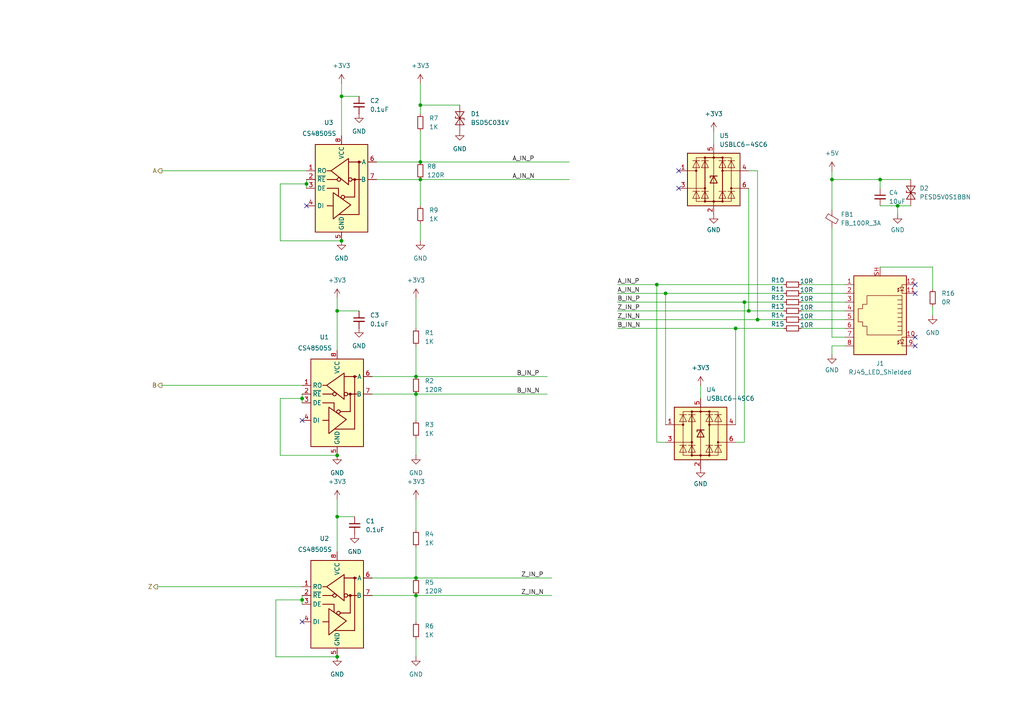
<source format=kicad_sch>
(kicad_sch (version 20231120) (generator "eeschema") (generator_version "8.0")
  (paper "A4")
  (title_block (title "rioctrl-quadenc4") (date "2024-08-25") (rev "${VERSION}") (company "R. Veips"))
  (lib_symbols
    (symbol "Device:C_Small" (pin_numbers hide) (pin_names (offset 0.254) hide)
      (property "Reference" "C" (at 0.254 1.778 0))
      (property "Value" "C_Small" (at 0.254 -2.032 0))
      (symbol "C_Small_0_1"
        (polyline (pts (xy -1.524 -0.508) (xy 1.524 -0.508)) (stroke (width 0.3302)))
        (polyline (pts (xy -1.524 0.508) (xy 1.524 0.508)) (stroke (width 0.3048)))
      )
      (symbol "C_Small_1_1"
        (pin passive line (at 0 2.54 270) (length 2.032) (name "~") (number "1"))
        (pin passive line (at 0 -2.54 90) (length 2.032) (name "~") (number "2"))
      )
    )
    (symbol "Device:R_Small" (pin_numbers hide) (pin_names (offset 0.254) hide)
      (property "Reference" "R" (at 0.762 0.508 0))
      (property "Value" "R_Small" (at 0.762 -1.016 0))
      (symbol "R_Small_0_1"
        (rectangle (start -0.762 1.778) (end 0.762 -1.778) (stroke (width 0.2032)))
      )
      (symbol "R_Small_1_1"
        (pin passive line (at 0 2.54 270) (length 0.762) (name "~") (number "1"))
        (pin passive line (at 0 -2.54 90) (length 0.762) (name "~") (number "2"))
      )
    )
    (symbol "hadv-connectors:RJ45_LED_Shielded" (pin_names (offset 1.016))
      (property "Reference" "J" (at -5.08 13.97 0))
      (property "Value" "RJ45_LED_Shielded" (at 1.27 13.97 0))
      (symbol "RJ45_LED_Shielded_0_1"
        (polyline (pts (xy -7.62 -7.62) (xy -6.35 -7.62)))
        (polyline (pts (xy -7.62 -5.08) (xy -6.35 -5.08)))
        (polyline (pts (xy -7.62 7.62) (xy -6.35 7.62)))
        (polyline (pts (xy -7.62 10.16) (xy -6.35 10.16)))
        (polyline (pts (xy -6.858 -5.842) (xy -5.842 -5.842)))
        (polyline (pts (xy -6.858 9.398) (xy -5.842 9.398)))
        (polyline (pts (xy -6.35 -7.62) (xy -6.35 -6.858)))
        (polyline (pts (xy -6.35 -5.08) (xy -6.35 -5.842)))
        (polyline (pts (xy -6.35 7.62) (xy -6.35 8.382)))
        (polyline (pts (xy -6.35 10.16) (xy -6.35 9.398)))
        (polyline (pts (xy -5.08 -6.223) (xy -5.207 -6.604)))
        (polyline (pts (xy -5.08 -5.588) (xy -5.207 -5.969)))
        (polyline (pts (xy -5.08 4.445) (xy -6.35 4.445)))
        (polyline (pts (xy -5.08 5.715) (xy -6.35 5.715)))
        (polyline (pts (xy -5.08 9.017) (xy -5.207 8.636)))
        (polyline (pts (xy -5.08 9.652) (xy -5.207 9.271)))
        (polyline (pts (xy -6.35 -3.175) (xy -5.08 -3.175) (xy -5.08 -3.175)))
        (polyline (pts (xy -6.35 -1.905) (xy -5.08 -1.905) (xy -5.08 -1.905)))
        (polyline (pts (xy -6.35 -0.635) (xy -5.08 -0.635) (xy -5.08 -0.635)))
        (polyline (pts (xy -6.35 0.635) (xy -5.08 0.635) (xy -5.08 0.635)))
        (polyline (pts (xy -6.35 1.905) (xy -5.08 1.905) (xy -5.08 1.905)))
        (polyline (pts (xy -5.588 -6.731) (xy -5.08 -6.223) (xy -5.461 -6.35)))
        (polyline (pts (xy -5.588 -6.096) (xy -5.08 -5.588) (xy -5.461 -5.715)))
        (polyline (pts (xy -5.588 8.509) (xy -5.08 9.017) (xy -5.461 8.89)))
        (polyline (pts (xy -5.588 9.144) (xy -5.08 9.652) (xy -5.461 9.525)))
        (polyline (pts (xy -5.08 3.175) (xy -6.35 3.175) (xy -6.35 3.175)))
        (polyline (pts (xy -6.35 -5.842) (xy -6.858 -6.858) (xy -5.842 -6.858) (xy -6.35 -5.842)))
        (polyline (pts (xy -6.35 9.398) (xy -6.858 8.382) (xy -5.842 8.382) (xy -6.35 9.398)))
        (polyline (pts (xy -6.35 -4.445) (xy -6.35 6.985) (xy 3.81 6.985) (xy 3.81 4.445) (xy 5.08 4.445) (xy 5.08 3.175) (xy 6.35 3.175) (xy 6.35 -0.635) (xy 5.08 -0.635) (xy 5.08 -1.905) (xy 3.81 -1.905) (xy 3.81 -4.445) (xy -6.35 -4.445) (xy -6.35 -4.445)))
        (rectangle (start 7.62 12.7) (end -7.62 -10.16) (stroke (width 0.254)) (fill (type background)))
      )
      (symbol "RJ45_LED_Shielded_1_1"
        (pin passive line (at 10.16 -7.62 180) (length 2.54) (name "~") (number "1"))
        (pin passive line (at -10.16 7.62 0) (length 2.54) (name "~") (number "10"))
        (pin passive line (at -10.16 -5.08 0) (length 2.54) (name "~") (number "11"))
        (pin passive line (at -10.16 -7.62 0) (length 2.54) (name "~") (number "12"))
        (pin passive line (at 10.16 -5.08 180) (length 2.54) (name "~") (number "2"))
        (pin passive line (at 10.16 -2.54 180) (length 2.54) (name "~") (number "3"))
        (pin passive line (at 10.16 0 180) (length 2.54) (name "~") (number "4"))
        (pin passive line (at 10.16 2.54 180) (length 2.54) (name "~") (number "5"))
        (pin passive line (at 10.16 5.08 180) (length 2.54) (name "~") (number "6"))
        (pin passive line (at 10.16 7.62 180) (length 2.54) (name "~") (number "7"))
        (pin passive line (at 10.16 10.16 180) (length 2.54) (name "~") (number "8"))
        (pin passive line (at -10.16 10.16 0) (length 2.54) (name "~") (number "9"))
        (pin passive line (at 0 -12.7 90) (length 2.54) (name "~") (number "SH"))
      )
    )
    (symbol "hadv-interface:CS48505S"
      (property "Reference" "U" (at -6.985 13.97 0))
      (property "Value" "CS48505S" (at 7.62 13.97 0))
      (symbol "CS48505S_0_1"
        (rectangle (start -7.62 12.7) (end 7.62 -12.7) (stroke (width 0.254)) (fill (type background)))
        (polyline (pts (xy -4.191 2.54) (xy -1.27 2.54)) (stroke (width 0.254)))
        (polyline (pts (xy -2.54 -5.08) (xy -4.191 -5.08)) (stroke (width 0.254)))
        (polyline (pts (xy -0.635 -7.62) (xy 5.08 -7.62)) (stroke (width 0.254)))
        (polyline (pts (xy 0.889 -2.54) (xy 3.81 -2.54)) (stroke (width 0.254)))
        (polyline (pts (xy 2.032 7.62) (xy 5.715 7.62)) (stroke (width 0.254)))
        (polyline (pts (xy 3.048 2.54) (xy 5.715 2.54)) (stroke (width 0.254)))
        (polyline (pts (xy 3.81 -2.54) (xy 3.81 2.54)) (stroke (width 0.254)))
        (polyline (pts (xy 5.08 -7.62) (xy 5.08 7.62)) (stroke (width 0.254)))
        (polyline (pts (xy -4.191 0) (xy -0.889 0) (xy -0.889 -2.286)) (stroke (width 0.254)))
        (polyline (pts (xy -3.175 5.08) (xy -4.191 5.08) (xy -4.064 5.08)) (stroke (width 0.254)))
        (polyline (pts (xy -2.413 -5.08) (xy -2.413 -1.27) (xy 2.667 -4.826) (xy -2.413 -8.89) (xy -2.413 -5.08)) (stroke (width 0.254)))
        (circle (center 0.381 -2.54) (radius 0.508) (stroke (width 0.254)))
        (circle (center 3.81 2.54) (radius 0.2794) (stroke (width 0.254)) (fill (type outline)))
      )
      (symbol "CS48505S_1_1"
        (circle (center -0.762 2.54) (radius 0.508) (stroke (width 0.254)))
        (polyline (pts (xy 2.032 4.826) (xy 2.032 8.636) (xy -3.048 5.08) (xy 2.032 1.016) (xy 2.032 4.826)) (stroke (width 0.254)))
        (circle (center 2.54 2.54) (radius 0.508) (stroke (width 0.254)))
        (circle (center 5.08 7.62) (radius 0.2794) (stroke (width 0.254)) (fill (type outline)))
        (pin output line (at -10.16 5.08 0) (length 2.54) (name "RO") (number "1"))
        (pin input line (at -10.16 2.54 0) (length 2.54) (name "~{RE}") (number "2"))
        (pin input line (at -10.16 0 0) (length 2.54) (name "DE") (number "3"))
        (pin input line (at -10.16 -5.08 0) (length 2.54) (name "DI") (number "4"))
        (pin power_in line (at 0 -15.24 90) (length 2.54) (name "GND") (number "5"))
        (pin bidirectional line (at 10.16 7.62 180) (length 2.54) (name "A") (number "6"))
        (pin bidirectional line (at 10.16 2.54 180) (length 2.54) (name "B") (number "7"))
        (pin power_in line (at 0 15.24 270) (length 2.54) (name "VCC") (number "8"))
      )
    )
    (symbol "hadv-passives:FB_100R_3A" (pin_numbers hide) (pin_names (offset 0))
      (property "Reference" "FB" (at 1.905 1.27 0))
      (property "Value" "FB_100R_3A" (at 1.905 -1.27 0))
      (symbol "FB_100R_3A_0_1"
        (polyline (pts (xy 0 -1.27) (xy 0 -0.7874)))
        (polyline (pts (xy 0 0.889) (xy 0 1.2954)))
        (polyline (pts (xy -1.8288 0.2794) (xy -1.1176 1.4986) (xy 1.8288 -0.2032) (xy 1.1176 -1.4224) (xy -1.8288 0.2794)))
      )
      (symbol "FB_100R_3A_1_1"
        (pin passive line (at 0 2.54 270) (length 1.27) (name "~") (number "1"))
        (pin passive line (at 0 -2.54 90) (length 1.27) (name "~") (number "2"))
      )
    )
    (symbol "hadv-protection:BSD5C031V" (pin_numbers hide) (pin_names (offset 1.016) hide)
      (property "Reference" "D" (at 0 2.54 0))
      (property "Value" "BSD5C031V" (at 0 -2.54 0))
      (symbol "BSD5C031V_0_1"
        (polyline (pts (xy 1.27 0) (xy -1.27 0)))
        (polyline (pts (xy -1.905 -1.27) (xy 0 0) (xy -1.905 1.27) (xy -1.905 -1.27)) (stroke (width 0.2032)))
        (polyline (pts (xy 0.508 1.27) (xy 0 1.27) (xy 0 -1.27) (xy -0.508 -1.27)) (stroke (width 0.2032)))
        (polyline (pts (xy 1.905 1.27) (xy 1.905 -1.27) (xy 0 0) (xy 1.905 1.27)) (stroke (width 0.2032)))
      )
      (symbol "BSD5C031V_1_1"
        (pin passive line (at -3.81 0 0) (length 2.54) (name "A1") (number "1"))
        (pin passive line (at 3.81 0 180) (length 2.54) (name "A2") (number "2"))
      )
    )
    (symbol "hadv-protection:PESD5V0S1BBN" (pin_numbers hide) (pin_names (offset 1.016) hide)
      (property "Reference" "D" (at 0 2.54 0))
      (property "Value" "PESD5V0S1BBN" (at 0 -2.54 0))
      (symbol "PESD5V0S1BBN_0_1"
        (polyline (pts (xy 1.27 0) (xy -1.27 0)))
        (polyline (pts (xy -1.905 -1.27) (xy 0 0) (xy -1.905 1.27) (xy -1.905 -1.27)) (stroke (width 0.2032)))
        (polyline (pts (xy 0.508 1.27) (xy 0 1.27) (xy 0 -1.27) (xy -0.508 -1.27)) (stroke (width 0.2032)))
        (polyline (pts (xy 1.905 1.27) (xy 1.905 -1.27) (xy 0 0) (xy 1.905 1.27)) (stroke (width 0.2032)))
      )
      (symbol "PESD5V0S1BBN_1_1"
        (pin passive line (at -3.81 0 0) (length 2.54) (name "A1") (number "1"))
        (pin passive line (at 3.81 0 180) (length 2.54) (name "A2") (number "2"))
      )
    )
    (symbol "hadv-protection:USBLC6-4SC6" (pin_names hide)
      (property "Reference" "U" (at 2.54 8.89 0))
      (property "Value" "USBLC6-4SC6" (at 2.54 -8.89 0))
      (symbol "USBLC6-4SC6_0_1"
        (rectangle (start -7.62 -7.62) (end 7.62 7.62) (stroke (width 0.254)) (fill (type background)))
        (circle (center -5.08 2.54) (radius 0.254) (fill (type outline)))
        (circle (center -2.54 -6.35) (radius 0.254) (fill (type outline)))
        (circle (center -2.54 -2.54) (radius 0.254) (fill (type outline)))
        (circle (center -2.54 6.35) (radius 0.254) (fill (type outline)))
        (rectangle (start -2.54 6.35) (end 2.54 -6.35) (stroke (width 0.254)) (fill (type background)))
        (circle (center 0 -6.35) (radius 0.254) (fill (type outline)))
        (polyline (pts (xy -5.08 2.54) (xy -7.62 2.54)))
        (polyline (pts (xy -4.064 -3.429) (xy -6.096 -3.429)))
        (polyline (pts (xy -4.064 5.461) (xy -6.096 5.461)))
        (polyline (pts (xy -2.54 -2.54) (xy -7.62 -2.54)))
        (polyline (pts (xy -1.524 -3.429) (xy -3.556 -3.429)))
        (polyline (pts (xy -1.524 5.461) (xy -3.556 5.461)))
        (polyline (pts (xy 0 -7.62) (xy 0 -6.35)))
        (polyline (pts (xy 0 -6.35) (xy 0 1.27)))
        (polyline (pts (xy 0 1.27) (xy 0 6.35)))
        (polyline (pts (xy 0 6.35) (xy 0 7.62)))
        (polyline (pts (xy 1.524 -3.429) (xy 3.556 -3.429)))
        (polyline (pts (xy 1.524 5.461) (xy 3.556 5.461)))
        (polyline (pts (xy 2.54 2.54) (xy 7.62 2.54)))
        (polyline (pts (xy 4.064 -3.429) (xy 6.096 -3.429)))
        (polyline (pts (xy 4.064 5.461) (xy 6.096 5.461)))
        (polyline (pts (xy 5.08 -2.54) (xy 7.62 -2.54)))
        (polyline (pts (xy -6.096 -5.461) (xy -4.064 -5.461) (xy -5.08 -3.429) (xy -6.096 -5.461)))
        (polyline (pts (xy -6.096 3.429) (xy -4.064 3.429) (xy -5.08 5.461) (xy -6.096 3.429)))
        (polyline (pts (xy -3.556 -5.461) (xy -1.524 -5.461) (xy -2.54 -3.429) (xy -3.556 -5.461)))
        (polyline (pts (xy -3.556 3.429) (xy -1.524 3.429) (xy -2.54 5.461) (xy -3.556 3.429)))
        (polyline (pts (xy -2.54 6.35) (xy -5.08 6.35) (xy -5.08 -6.35) (xy -2.54 -6.35)))
        (polyline (pts (xy -1.016 -1.016) (xy 1.016 -1.016) (xy 0 1.016) (xy -1.016 -1.016)) (stroke (width 0.254)) (fill (type background)))
        (polyline (pts (xy 1.016 1.016) (xy 0.762 1.016) (xy -1.016 1.016) (xy -1.016 0.508)) (stroke (width 0.254)) (fill (type background)))
        (polyline (pts (xy 2.54 6.35) (xy 5.08 6.35) (xy 5.08 -6.35) (xy 2.54 -6.35)))
        (polyline (pts (xy 3.556 -5.461) (xy 1.524 -5.461) (xy 2.54 -3.429) (xy 3.556 -5.461)))
        (polyline (pts (xy 3.556 3.429) (xy 1.524 3.429) (xy 2.54 5.461) (xy 3.556 3.429)))
        (polyline (pts (xy 6.096 -5.461) (xy 4.064 -5.461) (xy 5.08 -3.429) (xy 6.096 -5.461)))
        (polyline (pts (xy 6.096 3.429) (xy 4.064 3.429) (xy 5.08 5.461) (xy 6.096 3.429)))
        (circle (center 0 6.35) (radius 0.254) (fill (type outline)))
        (circle (center 2.54 -6.35) (radius 0.254) (fill (type outline)))
        (circle (center 2.54 2.54) (radius 0.254) (fill (type outline)))
        (circle (center 2.54 6.35) (radius 0.254) (fill (type outline)))
        (circle (center 5.08 -2.54) (radius 0.254) (fill (type outline)))
      )
      (symbol "USBLC6-4SC6_1_1"
        (pin passive line (at -10.16 2.54 0) (length 2.54) (name "I/O1") (number "1"))
        (pin power_in line (at 0 -10.16 90) (length 2.54) (name "GND") (number "2"))
        (pin passive line (at -10.16 -2.54 0) (length 2.54) (name "I/O2") (number "3"))
        (pin passive line (at 10.16 2.54 180) (length 2.54) (name "I/O3") (number "4"))
        (pin passive line (at 0 10.16 270) (length 2.54) (name "VBUS") (number "5"))
        (pin passive line (at 10.16 -2.54 180) (length 2.54) (name "I/O4") (number "6"))
      )
    )
    (symbol "power:+3V3" (power) (pin_numbers hide) (pin_names (offset 0) hide)
      (property "Value" "+3V3" (at 0 3.556 0))
      (symbol "+3V3_0_1"
        (polyline (pts (xy -0.762 1.27) (xy 0 2.54)))
        (polyline (pts (xy 0 0) (xy 0 2.54)))
        (polyline (pts (xy 0 2.54) (xy 0.762 1.27)))
      )
      (symbol "+3V3_1_1"
        (pin power_in line (at 0 0 90) (length 0) (name "~") (number "1"))
      )
    )
    (symbol "power:+5V" (power) (pin_numbers hide) (pin_names (offset 0) hide)
      (property "Value" "+5V" (at 0 3.556 0))
      (symbol "+5V_0_1"
        (polyline (pts (xy -0.762 1.27) (xy 0 2.54)))
        (polyline (pts (xy 0 0) (xy 0 2.54)))
        (polyline (pts (xy 0 2.54) (xy 0.762 1.27)))
      )
      (symbol "+5V_1_1"
        (pin power_in line (at 0 0 90) (length 0) (name "~") (number "1"))
      )
    )
    (symbol "power:GND" (power) (pin_numbers hide) (pin_names (offset 0) hide)
      (property "Value" "GND" (at 0 -3.81 0))
      (symbol "GND_0_1"
        (polyline (pts (xy 0 0) (xy 0 -1.27) (xy 1.27 -1.27) (xy 0 -2.54) (xy -1.27 -1.27) (xy 0 -1.27)))
      )
      (symbol "GND_1_1"
        (pin power_in line (at 0 0 270) (length 0) (name "~") (number "1"))
      )
    )
  )
  (junction (at 255.27 52.07))
  (junction (at 215.9 87.63))
  (junction (at 88.9 53.34))
  (junction (at 217.17 90.17))
  (junction (at 121.92 52.07))
  (junction (at 97.79 90.17))
  (junction (at 120.65 167.64))
  (junction (at 260.35 59.69))
  (junction (at 99.06 27.94))
  (junction (at 120.65 172.72))
  (junction (at 121.92 46.99))
  (junction (at 213.36 95.25))
  (junction (at 190.5 82.55))
  (junction (at 120.65 109.22))
  (junction (at 219.71 92.71))
  (junction (at 87.63 115.57))
  (junction (at 97.79 190.5))
  (junction (at 97.79 149.86))
  (junction (at 241.3 52.07))
  (junction (at 99.06 69.85))
  (junction (at 120.65 114.3))
  (junction (at 87.63 173.99))
  (junction (at 193.04 85.09))
  (junction (at 121.92 30.48))
  (junction (at 97.79 132.08))
  (no_connect (at 265.43 82.55))
  (no_connect (at 265.43 97.79))
  (no_connect (at 265.43 100.33))
  (no_connect (at 196.85 54.61))
  (no_connect (at 87.63 180.34))
  (no_connect (at 196.85 49.53))
  (no_connect (at 88.9 59.69))
  (no_connect (at 87.63 121.92))
  (no_connect (at 265.43 85.09))
  (wire (pts (xy 232.41 82.55) (xy 245.11 82.55)))
  (wire (pts (xy 213.36 95.25) (xy 227.33 95.25)))
  (wire (pts (xy 88.9 53.34) (xy 81.28 53.34)))
  (wire (pts (xy 120.65 172.72) (xy 160.02 172.72)))
  (wire (pts (xy 81.28 69.85) (xy 99.06 69.85)))
  (wire (pts (xy 121.92 46.99) (xy 165.1 46.99)))
  (wire (pts (xy 120.65 109.22) (xy 158.75 109.22)))
  (wire (pts (xy 107.95 167.64) (xy 120.65 167.64)))
  (wire (pts (xy 45.72 170.18) (xy 87.63 170.18)))
  (wire (pts (xy 241.3 100.33) (xy 245.11 100.33)))
  (wire (pts (xy 87.63 172.72) (xy 87.63 173.99)))
  (wire (pts (xy 87.63 114.3) (xy 87.63 115.57)))
  (wire (pts (xy 179.07 95.25) (xy 213.36 95.25)))
  (wire (pts (xy 81.28 132.08) (xy 97.79 132.08)))
  (wire (pts (xy 190.5 82.55) (xy 227.33 82.55)))
  (wire (pts (xy 215.9 87.63) (xy 215.9 128.27)))
  (wire (pts (xy 232.41 85.09) (xy 245.11 85.09)))
  (wire (pts (xy 87.63 115.57) (xy 87.63 116.84)))
  (wire (pts (xy 241.3 52.07) (xy 241.3 60.96)))
  (wire (pts (xy 121.92 52.07) (xy 165.1 52.07)))
  (wire (pts (xy 46.99 49.53) (xy 88.9 49.53)))
  (wire (pts (xy 270.51 88.9) (xy 270.51 91.44)))
  (wire (pts (xy 179.07 90.17) (xy 217.17 90.17)))
  (wire (pts (xy 217.17 54.61) (xy 217.17 90.17)))
  (wire (pts (xy 87.63 173.99) (xy 80.01 173.99)))
  (wire (pts (xy 121.92 30.48) (xy 133.35 30.48)))
  (wire (pts (xy 213.36 128.27) (xy 215.9 128.27)))
  (wire (pts (xy 120.65 158.75) (xy 120.65 167.64)))
  (wire (pts (xy 255.27 77.47) (xy 270.51 77.47)))
  (wire (pts (xy 87.63 115.57) (xy 81.28 115.57)))
  (wire (pts (xy 88.9 52.07) (xy 88.9 53.34)))
  (wire (pts (xy 97.79 144.78) (xy 97.79 149.86)))
  (wire (pts (xy 81.28 53.34) (xy 81.28 69.85)))
  (wire (pts (xy 120.65 190.5) (xy 120.65 185.42)))
  (wire (pts (xy 213.36 95.25) (xy 213.36 123.19)))
  (wire (pts (xy 120.65 114.3) (xy 120.65 121.92)))
  (wire (pts (xy 215.9 87.63) (xy 227.33 87.63)))
  (wire (pts (xy 179.07 85.09) (xy 193.04 85.09)))
  (wire (pts (xy 260.35 59.69) (xy 264.16 59.69)))
  (wire (pts (xy 120.65 172.72) (xy 120.65 180.34)))
  (wire (pts (xy 107.95 109.22) (xy 120.65 109.22)))
  (wire (pts (xy 232.41 95.25) (xy 245.11 95.25)))
  (wire (pts (xy 219.71 92.71) (xy 227.33 92.71)))
  (wire (pts (xy 97.79 86.36) (xy 97.79 90.17)))
  (wire (pts (xy 179.07 87.63) (xy 215.9 87.63)))
  (wire (pts (xy 120.65 100.33) (xy 120.65 109.22)))
  (wire (pts (xy 80.01 190.5) (xy 97.79 190.5)))
  (wire (pts (xy 97.79 90.17) (xy 104.14 90.17)))
  (wire (pts (xy 121.92 69.85) (xy 121.92 64.77)))
  (wire (pts (xy 99.06 27.94) (xy 99.06 39.37)))
  (wire (pts (xy 203.2 111.76) (xy 203.2 115.57)))
  (wire (pts (xy 120.65 132.08) (xy 120.65 127)))
  (wire (pts (xy 121.92 30.48) (xy 121.92 33.02)))
  (wire (pts (xy 217.17 90.17) (xy 227.33 90.17)))
  (wire (pts (xy 232.41 92.71) (xy 245.11 92.71)))
  (wire (pts (xy 255.27 59.69) (xy 260.35 59.69)))
  (wire (pts (xy 46.99 111.76) (xy 87.63 111.76)))
  (wire (pts (xy 97.79 90.17) (xy 97.79 101.6)))
  (wire (pts (xy 109.22 52.07) (xy 121.92 52.07)))
  (wire (pts (xy 120.65 167.64) (xy 160.02 167.64)))
  (wire (pts (xy 121.92 38.1) (xy 121.92 46.99)))
  (wire (pts (xy 255.27 52.07) (xy 264.16 52.07)))
  (wire (pts (xy 232.41 87.63) (xy 245.11 87.63)))
  (wire (pts (xy 179.07 92.71) (xy 219.71 92.71)))
  (wire (pts (xy 255.27 54.61) (xy 255.27 52.07)))
  (wire (pts (xy 217.17 49.53) (xy 219.71 49.53)))
  (wire (pts (xy 232.41 90.17) (xy 245.11 90.17)))
  (wire (pts (xy 241.3 49.53) (xy 241.3 52.07)))
  (wire (pts (xy 241.3 66.04) (xy 241.3 97.79)))
  (wire (pts (xy 121.92 24.13) (xy 121.92 30.48)))
  (wire (pts (xy 120.65 114.3) (xy 158.75 114.3)))
  (wire (pts (xy 260.35 59.69) (xy 260.35 62.23)))
  (wire (pts (xy 219.71 49.53) (xy 219.71 92.71)))
  (wire (pts (xy 107.95 114.3) (xy 120.65 114.3)))
  (wire (pts (xy 97.79 149.86) (xy 97.79 160.02)))
  (wire (pts (xy 190.5 128.27) (xy 193.04 128.27)))
  (wire (pts (xy 190.5 128.27) (xy 190.5 82.55)))
  (wire (pts (xy 121.92 52.07) (xy 121.92 59.69)))
  (wire (pts (xy 179.07 82.55) (xy 190.5 82.55)))
  (wire (pts (xy 97.79 149.86) (xy 102.87 149.86)))
  (wire (pts (xy 193.04 85.09) (xy 227.33 85.09)))
  (wire (pts (xy 109.22 46.99) (xy 121.92 46.99)))
  (wire (pts (xy 241.3 52.07) (xy 255.27 52.07)))
  (wire (pts (xy 99.06 27.94) (xy 104.14 27.94)))
  (wire (pts (xy 87.63 173.99) (xy 87.63 175.26)))
  (wire (pts (xy 99.06 24.13) (xy 99.06 27.94)))
  (wire (pts (xy 120.65 86.36) (xy 120.65 95.25)))
  (wire (pts (xy 207.01 38.1) (xy 207.01 41.91)))
  (wire (pts (xy 270.51 77.47) (xy 270.51 83.82)))
  (wire (pts (xy 107.95 172.72) (xy 120.65 172.72)))
  (wire (pts (xy 120.65 144.78) (xy 120.65 153.67)))
  (wire (pts (xy 241.3 102.87) (xy 241.3 100.33)))
  (wire (pts (xy 193.04 85.09) (xy 193.04 123.19)))
  (wire (pts (xy 80.01 173.99) (xy 80.01 190.5)))
  (wire (pts (xy 81.28 115.57) (xy 81.28 132.08)))
  (wire (pts (xy 245.11 97.79) (xy 241.3 97.79)))
  (wire (pts (xy 88.9 53.34) (xy 88.9 54.61)))
  (label "B_IN_P" (at 179.07 87.63 0))
  (label "Z_IN_N" (at 151.13 172.72 0))
  (label "B_IN_P" (at 149.86 109.22 0))
  (label "A_IN_N" (at 179.07 85.09 0))
  (label "Z_IN_P" (at 151.13 167.64 0))
  (label "B_IN_N" (at 149.86 114.3 0))
  (label "B_IN_N" (at 179.07 95.25 0))
  (label "A_IN_P" (at 148.59 46.99 0))
  (label "Z_IN_N" (at 179.07 92.71 0))
  (label "A_IN_N" (at 148.59 52.07 0))
  (label "A_IN_P" (at 179.07 82.55 0))
  (label "Z_IN_P" (at 179.07 90.17 0))
  (hierarchical_label "A" (shape output) (at 46.99 49.53 180))
  (hierarchical_label "B" (shape output) (at 46.99 111.76 180))
  (hierarchical_label "Z" (shape output) (at 45.72 170.18 180))
  (symbol (lib_id "power:+3V3") (at 120.65 144.78 0) (unit 1)
    (property "Reference" "#PWR012" (effects (hide yes)))
    (property "Value" "+3V3" (at 120.65 139.7 0))
    (property "Description" "Power symbol creates a global label with name \"+3V3\"" (effects (hide yes)))
    (instances (project "rioctrl-quadenc4" (path "" (reference "#PWR012") (unit 1)) (path "" (reference "#PWR042") (unit 1)) (path "" (reference "#PWR090") (unit 1)) (path "" (reference "#PWR066") (unit 1))))
  )
  (symbol (lib_id "Device:R_Small") (at 120.65 156.21 0) (unit 1)
    (property "Reference" "R4" (at 123.19 154.94 0) (effects (justify left)))
    (property "Value" "1K" (at 123.19 157.48 0) (effects (justify left)))
    (property "Footprint" "Resistor_SMD:R_0603_1608Metric" (effects (hide yes)))
    (property "LCSC#" "C22548" (effects (hide yes)))
    (instances (project "rioctrl-quadenc4" (path "" (reference "R4") (unit 1)) (path "" (reference "R20") (unit 1)) (path "" (reference "R52") (unit 1)) (path "" (reference "R36") (unit 1))))
  )
  (symbol (lib_id "power:GND") (at 120.65 190.5 0) (unit 1)
    (property "Reference" "#PWR013" (effects (hide yes)))
    (property "Value" "GND" (at 120.65 195.58 0))
    (property "Description" "Power symbol creates a global label with name \"GND\" , ground" (effects (hide yes)))
    (instances (project "rioctrl-quadenc4" (path "" (reference "#PWR013") (unit 1)) (path "" (reference "#PWR043") (unit 1)) (path "" (reference "#PWR091") (unit 1)) (path "" (reference "#PWR067") (unit 1))))
  )
  (symbol (lib_id "hadv-protection:PESD5V0S1BBN") (at 264.16 55.88 90) (unit 1)
    (property "Reference" "D2" (at 266.7 54.61 90) (effects (justify right)))
    (property "Value" "PESD5V0S1BBN" (at 266.7 57.15 90) (effects (justify right)))
    (property "Footprint" "Diode_SMD:D_SOD-523" (effects (hide yes)))
    (property "Datasheet" "https://datasheet.lcsc.com/lcsc/1912111437_BORN-PESD5V0S1BBN_C314264.pdf" (effects (hide yes)))
    (property "MPN" "PESD5V0S1BBN" (effects (hide yes)))
    (property "Manufacturer" "BORN" (effects (hide yes)))
    (property "LCSC#" "C314264" (effects (hide yes)))
    (instances (project "rioctrl-quadenc4" (path "" (reference "D2") (unit 1)) (path "" (reference "D4") (unit 1)) (path "" (reference "D8") (unit 1)) (path "" (reference "D6") (unit 1))))
  )
  (symbol (lib_id "power:GND") (at 203.2 135.89 0) (unit 1)
    (property "Reference" "#PWR018" (effects (hide yes)))
    (property "Value" "GND" (at 203.2 140.335 0))
    (property "Description" "Power symbol creates a global label with name \"GND\" , ground" (effects (hide yes)))
    (instances (project "rioctrl-quadenc4" (path "" (reference "#PWR018") (unit 1)) (path "" (reference "#PWR048") (unit 1)) (path "" (reference "#PWR096") (unit 1)) (path "" (reference "#PWR072") (unit 1))))
  )
  (symbol (lib_id "hadv-passives:FB_100R_3A") (at 241.3 63.5 0) (unit 1)
    (property "Reference" "FB1" (at 243.84 62.1919 0) (effects (justify left)))
    (property "Value" "FB_100R_3A" (at 243.84 64.7319 0) (effects (justify left)))
    (property "Footprint" "Inductor_SMD:L_0603_1608Metric" (effects (hide yes)))
    (property "MPN" "UPZ1608E101-3R0TF" (effects (hide yes)))
    (property "Manufacturer" "Sunlord" (effects (hide yes)))
    (property "LCSC#" "C96995" (effects (hide yes)))
    (instances (project "rioctrl-quadenc4" (path "" (reference "FB1") (unit 1)) (path "" (reference "FB2") (unit 1)) (path "" (reference "FB4") (unit 1)) (path "" (reference "FB3") (unit 1))))
  )
  (symbol (lib_id "power:GND") (at 104.14 95.25 0) (unit 1)
    (property "Reference" "#PWR09" (effects (hide yes)))
    (property "Value" "GND" (at 104.14 100.33 0))
    (property "Description" "Power symbol creates a global label with name \"GND\" , ground" (effects (hide yes)))
    (instances (project "rioctrl-quadenc4" (path "" (reference "#PWR09") (unit 1)) (path "" (reference "#PWR039") (unit 1)) (path "" (reference "#PWR087") (unit 1)) (path "" (reference "#PWR063") (unit 1))))
  )
  (symbol (lib_id "Device:R_Small") (at 229.87 95.25 90) (unit 1)
    (property "Reference" "R15" (at 225.552 93.98 90))
    (property "Value" "10R" (at 233.934 94.234 90))
    (property "Footprint" "Resistor_SMD:R_0603_1608Metric" (effects (hide yes)))
    (property "Description" "Resistor, small symbol" (effects (hide yes)))
    (property "LCSC#" "C109318" (effects (hide yes)))
    (instances (project "rioctrl-quadenc4" (path "" (reference "R15") (unit 1)) (path "" (reference "R31") (unit 1)) (path "" (reference "R63") (unit 1)) (path "" (reference "R47") (unit 1))))
  )
  (symbol (lib_id "Device:R_Small") (at 229.87 85.09 90) (unit 1)
    (property "Reference" "R11" (at 225.552 83.82 90))
    (property "Value" "10R" (at 233.934 84.074 90))
    (property "Footprint" "Resistor_SMD:R_0603_1608Metric" (effects (hide yes)))
    (property "Description" "Resistor, small symbol" (effects (hide yes)))
    (property "LCSC#" "C109318" (effects (hide yes)))
    (instances (project "rioctrl-quadenc4" (path "" (reference "R11") (unit 1)) (path "" (reference "R27") (unit 1)) (path "" (reference "R59") (unit 1)) (path "" (reference "R43") (unit 1))))
  )
  (symbol (lib_id "power:+3V3") (at 99.06 24.13 0) (unit 1)
    (property "Reference" "#PWR05" (effects (hide yes)))
    (property "Value" "+3V3" (at 99.06 19.05 0))
    (property "Description" "Power symbol creates a global label with name \"+3V3\"" (effects (hide yes)))
    (instances (project "rioctrl-quadenc4" (path "" (reference "#PWR05") (unit 1)) (path "" (reference "#PWR035") (unit 1)) (path "" (reference "#PWR083") (unit 1)) (path "" (reference "#PWR059") (unit 1))))
  )
  (symbol (lib_id "Device:R_Small") (at 120.65 170.18 0) (unit 1)
    (property "Reference" "R5" (at 123.19 168.91 0) (effects (justify left)))
    (property "Value" "120R" (at 123.19 171.45 0) (effects (justify left)))
    (property "Footprint" "Resistor_SMD:R_0603_1608Metric" (effects (hide yes)))
    (property "LCSC#" "C114640" (effects (hide yes)))
    (instances (project "rioctrl-quadenc4" (path "" (reference "R5") (unit 1)) (path "" (reference "R21") (unit 1)) (path "" (reference "R53") (unit 1)) (path "" (reference "R37") (unit 1))))
  )
  (symbol (lib_id "Device:R_Small") (at 121.92 35.56 0) (unit 1)
    (property "Reference" "R7" (at 124.46 34.29 0) (effects (justify left)))
    (property "Value" "1K" (at 124.46 36.83 0) (effects (justify left)))
    (property "Footprint" "Resistor_SMD:R_0603_1608Metric" (effects (hide yes)))
    (property "LCSC#" "C22548" (effects (hide yes)))
    (instances (project "rioctrl-quadenc4" (path "" (reference "R7") (unit 1)) (path "" (reference "R23") (unit 1)) (path "" (reference "R55") (unit 1)) (path "" (reference "R39") (unit 1))))
  )
  (symbol (lib_id "Device:R_Small") (at 120.65 111.76 0) (unit 1)
    (property "Reference" "R2" (at 123.19 110.49 0) (effects (justify left)))
    (property "Value" "120R" (at 123.19 113.03 0) (effects (justify left)))
    (property "Footprint" "Resistor_SMD:R_0603_1608Metric" (effects (hide yes)))
    (property "LCSC#" "C114640" (effects (hide yes)))
    (instances (project "rioctrl-quadenc4" (path "" (reference "R2") (unit 1)) (path "" (reference "R18") (unit 1)) (path "" (reference "R50") (unit 1)) (path "" (reference "R34") (unit 1))))
  )
  (symbol (lib_id "power:GND") (at 241.3 102.87 0) (unit 1)
    (property "Reference" "#PWR022" (effects (hide yes)))
    (property "Value" "GND" (at 241.3 107.315 0))
    (property "Description" "Power symbol creates a global label with name \"GND\" , ground" (effects (hide yes)))
    (instances (project "rioctrl-quadenc4" (path "" (reference "#PWR022") (unit 1)) (path "" (reference "#PWR052") (unit 1)) (path "" (reference "#PWR0100") (unit 1)) (path "" (reference "#PWR076") (unit 1))))
  )
  (symbol (lib_id "Device:R_Small") (at 229.87 87.63 90) (unit 1)
    (property "Reference" "R12" (at 225.552 86.36 90))
    (property "Value" "10R" (at 233.934 86.614 90))
    (property "Footprint" "Resistor_SMD:R_0603_1608Metric" (effects (hide yes)))
    (property "Description" "Resistor, small symbol" (effects (hide yes)))
    (property "LCSC#" "C109318" (effects (hide yes)))
    (instances (project "rioctrl-quadenc4" (path "" (reference "R12") (unit 1)) (path "" (reference "R28") (unit 1)) (path "" (reference "R60") (unit 1)) (path "" (reference "R44") (unit 1))))
  )
  (symbol (lib_id "power:GND") (at 121.92 69.85 0) (unit 1)
    (property "Reference" "#PWR015" (effects (hide yes)))
    (property "Value" "GND" (at 121.92 74.93 0))
    (property "Description" "Power symbol creates a global label with name \"GND\" , ground" (effects (hide yes)))
    (instances (project "rioctrl-quadenc4" (path "" (reference "#PWR015") (unit 1)) (path "" (reference "#PWR045") (unit 1)) (path "" (reference "#PWR093") (unit 1)) (path "" (reference "#PWR069") (unit 1))))
  )
  (symbol (lib_id "Device:C_Small") (at 104.14 30.48 0) (unit 1)
    (property "Reference" "C2" (at 107.315 29.2163 0) (effects (justify left)))
    (property "Value" "0.1uF" (at 107.315 31.7563 0) (effects (justify left)))
    (property "Footprint" "Capacitor_SMD:C_0603_1608Metric" (effects (hide yes)))
    (property "LCSC#" "C14663" (effects (hide yes)))
    (instances (project "rioctrl-quadenc4" (path "" (reference "C2") (unit 1)) (path "" (reference "C6") (unit 1)) (path "" (reference "C14") (unit 1)) (path "" (reference "C10") (unit 1))))
  )
  (symbol (lib_id "Device:R_Small") (at 120.65 182.88 0) (unit 1)
    (property "Reference" "R6" (at 123.19 181.61 0) (effects (justify left)))
    (property "Value" "1K" (at 123.19 184.15 0) (effects (justify left)))
    (property "Footprint" "Resistor_SMD:R_0603_1608Metric" (effects (hide yes)))
    (property "LCSC#" "C22548" (effects (hide yes)))
    (instances (project "rioctrl-quadenc4" (path "" (reference "R6") (unit 1)) (path "" (reference "R22") (unit 1)) (path "" (reference "R54") (unit 1)) (path "" (reference "R38") (unit 1))))
  )
  (symbol (lib_id "power:+3V3") (at 120.65 86.36 0) (unit 1)
    (property "Reference" "#PWR010" (effects (hide yes)))
    (property "Value" "+3V3" (at 120.65 81.28 0))
    (property "Description" "Power symbol creates a global label with name \"+3V3\"" (effects (hide yes)))
    (instances (project "rioctrl-quadenc4" (path "" (reference "#PWR010") (unit 1)) (path "" (reference "#PWR040") (unit 1)) (path "" (reference "#PWR088") (unit 1)) (path "" (reference "#PWR064") (unit 1))))
  )
  (symbol (lib_id "power:GND") (at 270.51 91.44 0) (unit 1)
    (property "Reference" "#PWR024" (effects (hide yes)))
    (property "Value" "GND" (at 270.51 96.52 0))
    (property "Description" "Power symbol creates a global label with name \"GND\" , ground" (effects (hide yes)))
    (instances (project "rioctrl-quadenc4" (path "" (reference "#PWR024") (unit 1)) (path "" (reference "#PWR054") (unit 1)) (path "" (reference "#PWR0102") (unit 1)) (path "" (reference "#PWR078") (unit 1))))
  )
  (symbol (lib_id "power:GND") (at 104.14 33.02 0) (unit 1)
    (property "Reference" "#PWR08" (effects (hide yes)))
    (property "Value" "GND" (at 104.14 38.1 0))
    (property "Description" "Power symbol creates a global label with name \"GND\" , ground" (effects (hide yes)))
    (instances (project "rioctrl-quadenc4" (path "" (reference "#PWR08") (unit 1)) (path "" (reference "#PWR038") (unit 1)) (path "" (reference "#PWR086") (unit 1)) (path "" (reference "#PWR062") (unit 1))))
  )
  (symbol (lib_id "Device:C_Small") (at 104.14 92.71 0) (unit 1)
    (property "Reference" "C3" (at 107.315 91.4463 0) (effects (justify left)))
    (property "Value" "0.1uF" (at 107.315 93.9863 0) (effects (justify left)))
    (property "Footprint" "Capacitor_SMD:C_0603_1608Metric" (effects (hide yes)))
    (property "LCSC#" "C14663" (effects (hide yes)))
    (instances (project "rioctrl-quadenc4" (path "" (reference "C3") (unit 1)) (path "" (reference "C7") (unit 1)) (path "" (reference "C15") (unit 1)) (path "" (reference "C11") (unit 1))))
  )
  (symbol (lib_id "Device:R_Small") (at 121.92 49.53 180) (unit 1)
    (property "Reference" "R8" (at 123.825 48.26 0) (effects (justify right)))
    (property "Value" "120R" (at 123.825 50.8 0) (effects (justify right)))
    (property "Footprint" "Resistor_SMD:R_0603_1608Metric" (effects (hide yes)))
    (property "LCSC#" "C114640" (effects (hide yes)))
    (instances (project "rioctrl-quadenc4" (path "" (reference "R8") (unit 1)) (path "" (reference "R24") (unit 1)) (path "" (reference "R56") (unit 1)) (path "" (reference "R40") (unit 1))))
  )
  (symbol (lib_id "hadv-protection:USBLC6-4SC6") (at 207.01 52.07 0) (unit 1)
    (property "Reference" "U5" (at 208.6611 39.37 0) (effects (justify left)))
    (property "Value" "USBLC6-4SC6" (at 208.6611 41.91 0) (effects (justify left)))
    (property "Footprint" "Package_TO_SOT_SMD:SOT-23-6" (effects (hide yes)))
    (property "Datasheet" "https://www.st.com/resource/en/datasheet/usblc6-4.pdf" (effects (hide yes)))
    (property "Description" "Very low capacitance ESD protection diode, 4 data-line, SOT-23-6" (effects (hide yes)))
    (property "MPN" "USBLC6-4SC6" (effects (hide yes)))
    (property "Manufacturer" "TECH PUBLIC" (effects (hide yes)))
    (property "LCSC#" "C5197386" (effects (hide yes)))
    (instances (project "rioctrl-quadenc4" (path "" (reference "U5") (unit 1)) (path "" (reference "U10") (unit 1)) (path "" (reference "U20") (unit 1)) (path "" (reference "U15") (unit 1))))
  )
  (symbol (lib_id "Device:R_Small") (at 229.87 92.71 90) (unit 1)
    (property "Reference" "R14" (at 225.552 91.44 90))
    (property "Value" "10R" (at 233.934 91.694 90))
    (property "Footprint" "Resistor_SMD:R_0603_1608Metric" (effects (hide yes)))
    (property "Description" "Resistor, small symbol" (effects (hide yes)))
    (property "LCSC#" "C109318" (effects (hide yes)))
    (instances (project "rioctrl-quadenc4" (path "" (reference "R14") (unit 1)) (path "" (reference "R30") (unit 1)) (path "" (reference "R62") (unit 1)) (path "" (reference "R46") (unit 1))))
  )
  (symbol (lib_id "Device:R_Small") (at 229.87 82.55 90) (unit 1)
    (property "Reference" "R10" (at 225.552 81.28 90))
    (property "Value" "10R" (at 233.934 81.534 90))
    (property "Footprint" "Resistor_SMD:R_0603_1608Metric" (effects (hide yes)))
    (property "Description" "Resistor, small symbol" (effects (hide yes)))
    (property "LCSC#" "C109318" (effects (hide yes)))
    (instances (project "" (path "" (reference "R10") (unit 1)) (path "" (reference "R26") (unit 1)) (path "" (reference "R58") (unit 1)) (path "" (reference "R42") (unit 1))))
  )
  (symbol (lib_id "hadv-protection:USBLC6-4SC6") (at 203.2 125.73 0) (unit 1)
    (property "Reference" "U4" (at 204.8511 113.03 0) (effects (justify left)))
    (property "Value" "USBLC6-4SC6" (at 204.8511 115.57 0) (effects (justify left)))
    (property "Footprint" "Package_TO_SOT_SMD:SOT-23-6" (effects (hide yes)))
    (property "Datasheet" "https://www.st.com/resource/en/datasheet/usblc6-4.pdf" (effects (hide yes)))
    (property "Description" "Very low capacitance ESD protection diode, 4 data-line, SOT-23-6" (effects (hide yes)))
    (property "MPN" "USBLC6-4SC6" (effects (hide yes)))
    (property "Manufacturer" "TECH PUBLIC" (effects (hide yes)))
    (property "LCSC#" "C5197386" (effects (hide yes)))
    (instances (project "" (path "" (reference "U4") (unit 1)) (path "" (reference "U9") (unit 1)) (path "" (reference "U19") (unit 1)) (path "" (reference "U14") (unit 1))))
  )
  (symbol (lib_id "power:+3V3") (at 203.2 111.76 0) (unit 1)
    (property "Reference" "#PWR019" (effects (hide yes)))
    (property "Value" "+3V3" (at 203.2 106.68 0))
    (property "Description" "Power symbol creates a global label with name \"+3V3\"" (effects (hide yes)))
    (instances (project "rioctrl-quadenc4" (path "" (reference "#PWR019") (unit 1)) (path "" (reference "#PWR049") (unit 1)) (path "" (reference "#PWR097") (unit 1)) (path "" (reference "#PWR073") (unit 1))))
  )
  (symbol (lib_id "Device:R_Small") (at 229.87 90.17 90) (unit 1)
    (property "Reference" "R13" (at 225.552 88.9 90))
    (property "Value" "10R" (at 233.934 89.154 90))
    (property "Footprint" "Resistor_SMD:R_0603_1608Metric" (effects (hide yes)))
    (property "Description" "Resistor, small symbol" (effects (hide yes)))
    (property "LCSC#" "C109318" (effects (hide yes)))
    (instances (project "rioctrl-quadenc4" (path "" (reference "R13") (unit 1)) (path "" (reference "R29") (unit 1)) (path "" (reference "R61") (unit 1)) (path "" (reference "R45") (unit 1))))
  )
  (symbol (lib_id "hadv-protection:BSD5C031V") (at 133.35 34.29 270) (unit 1)
    (property "Reference" "D1" (at 136.525 33.02 90) (effects (justify left)))
    (property "Value" "BSD5C031V" (at 136.525 35.56 90) (effects (justify left)))
    (property "Footprint" "Diode_SMD:D_SOD-523" (effects (hide yes)))
    (property "Datasheet" "https://datasheet.lcsc.com/lcsc/1912111437_BORN-BSD5C031V_C151984.pdf" (effects (hide yes)))
    (property "MPN" "BSD5C031V" (effects (hide yes)))
    (property "Manufacturer" "BORN" (effects (hide yes)))
    (property "LCSC#" "C151984" (effects (hide yes)))
    (instances (project "rioctrl-quadenc4" (path "" (reference "D1") (unit 1)) (path "" (reference "D3") (unit 1)) (path "" (reference "D7") (unit 1)) (path "" (reference "D5") (unit 1))))
  )
  (symbol (lib_id "power:+3V3") (at 97.79 144.78 0) (unit 1)
    (property "Reference" "#PWR03" (effects (hide yes)))
    (property "Value" "+3V3" (at 97.79 139.7 0))
    (property "Description" "Power symbol creates a global label with name \"+3V3\"" (effects (hide yes)))
    (instances (project "rioctrl-quadenc4" (path "" (reference "#PWR03") (unit 1)) (path "" (reference "#PWR033") (unit 1)) (path "" (reference "#PWR081") (unit 1)) (path "" (reference "#PWR057") (unit 1))))
  )
  (symbol (lib_id "power:GND") (at 260.35 62.23 0) (unit 1)
    (property "Reference" "#PWR023" (effects (hide yes)))
    (property "Value" "GND" (at 260.35 66.675 0))
    (property "Description" "Power symbol creates a global label with name \"GND\" , ground" (effects (hide yes)))
    (instances (project "rioctrl-quadenc4" (path "" (reference "#PWR023") (unit 1)) (path "" (reference "#PWR053") (unit 1)) (path "" (reference "#PWR0101") (unit 1)) (path "" (reference "#PWR077") (unit 1))))
  )
  (symbol (lib_id "hadv-interface:CS48505S") (at 99.06 54.61 0) (unit 1)
    (property "Reference" "U3" (at 93.98 35.56 0) (effects (justify left)))
    (property "Value" "CS48505S" (at 87.63 38.735 0) (effects (justify left)))
    (property "Footprint" "Package_SO:SOIC-8_3.9x4.9mm_P1.27mm" (effects (hide yes)))
    (property "Datasheet" "https://datasheet.lcsc.com/lcsc/2207041730_Chipanalog-CS48505S_C3202824.pdf" (effects (hide yes)))
    (property "MPN" "CS48505S" (effects (hide yes)))
    (property "Manufacturer" "Chipanalog" (effects (hide yes)))
    (property "LCSC#" "C3202824" (effects (hide yes)))
    (instances (project "rioctrl-quadenc4" (path "" (reference "U3") (unit 1)) (path "" (reference "U8") (unit 1)) (path "" (reference "U18") (unit 1)) (path "" (reference "U13") (unit 1))))
  )
  (symbol (lib_id "power:GND") (at 102.87 154.94 0) (unit 1)
    (property "Reference" "#PWR07" (effects (hide yes)))
    (property "Value" "GND" (at 102.87 160.02 0))
    (property "Description" "Power symbol creates a global label with name \"GND\" , ground" (effects (hide yes)))
    (instances (project "rioctrl-quadenc4" (path "" (reference "#PWR07") (unit 1)) (path "" (reference "#PWR037") (unit 1)) (path "" (reference "#PWR085") (unit 1)) (path "" (reference "#PWR061") (unit 1))))
  )
  (symbol (lib_id "power:+5V") (at 241.3 49.53 0) (unit 1)
    (property "Reference" "#PWR021" (effects (hide yes)))
    (property "Value" "+5V" (at 241.3 44.45 0))
    (property "Description" "Power symbol creates a global label with name \"+5V\"" (effects (hide yes)))
    (instances (project "rioctrl-quadenc4" (path "" (reference "#PWR021") (unit 1)) (path "" (reference "#PWR051") (unit 1)) (path "" (reference "#PWR099") (unit 1)) (path "" (reference "#PWR075") (unit 1))))
  )
  (symbol (lib_id "power:GND") (at 120.65 132.08 0) (unit 1)
    (property "Reference" "#PWR011" (effects (hide yes)))
    (property "Value" "GND" (at 120.65 137.16 0))
    (property "Description" "Power symbol creates a global label with name \"GND\" , ground" (effects (hide yes)))
    (instances (project "rioctrl-quadenc4" (path "" (reference "#PWR011") (unit 1)) (path "" (reference "#PWR041") (unit 1)) (path "" (reference "#PWR089") (unit 1)) (path "" (reference "#PWR065") (unit 1))))
  )
  (symbol (lib_id "Device:R_Small") (at 120.65 97.79 0) (unit 1)
    (property "Reference" "R1" (at 123.19 96.52 0) (effects (justify left)))
    (property "Value" "1K" (at 123.19 99.06 0) (effects (justify left)))
    (property "Footprint" "Resistor_SMD:R_0603_1608Metric" (effects (hide yes)))
    (property "LCSC#" "C22548" (effects (hide yes)))
    (instances (project "rioctrl-quadenc4" (path "" (reference "R1") (unit 1)) (path "" (reference "R17") (unit 1)) (path "" (reference "R49") (unit 1)) (path "" (reference "R33") (unit 1))))
  )
  (symbol (lib_id "Device:C_Small") (at 255.27 57.15 0) (unit 1)
    (property "Reference" "C4" (at 257.81 55.8863 0) (effects (justify left)))
    (property "Value" "10uF" (at 257.81 58.4263 0) (effects (justify left)))
    (property "Footprint" "Capacitor_SMD:C_0805_2012Metric" (effects (hide yes)))
    (property "LCSC#" "C440198" (effects (hide yes)))
    (property "MPN" "GRM21BR61H106KE43L" (effects (hide yes)))
    (instances (project "rioctrl-quadenc4" (path "" (reference "C4") (unit 1)) (path "" (reference "C8") (unit 1)) (path "" (reference "C16") (unit 1)) (path "" (reference "C12") (unit 1))))
  )
  (symbol (lib_id "Device:R_Small") (at 121.92 62.23 0) (unit 1)
    (property "Reference" "R9" (at 124.46 60.96 0) (effects (justify left)))
    (property "Value" "1K" (at 124.46 63.5 0) (effects (justify left)))
    (property "Footprint" "Resistor_SMD:R_0603_1608Metric" (effects (hide yes)))
    (property "LCSC#" "C22548" (effects (hide yes)))
    (instances (project "rioctrl-quadenc4" (path "" (reference "R9") (unit 1)) (path "" (reference "R25") (unit 1)) (path "" (reference "R57") (unit 1)) (path "" (reference "R41") (unit 1))))
  )
  (symbol (lib_id "power:+3V3") (at 97.79 86.36 0) (unit 1)
    (property "Reference" "#PWR01" (effects (hide yes)))
    (property "Value" "+3V3" (at 97.79 81.28 0))
    (property "Description" "Power symbol creates a global label with name \"+3V3\"" (effects (hide yes)))
    (instances (project "rioctrl-quadenc4" (path "" (reference "#PWR01") (unit 1)) (path "" (reference "#PWR031") (unit 1)) (path "" (reference "#PWR079") (unit 1)) (path "" (reference "#PWR055") (unit 1))))
  )
  (symbol (lib_id "power:GND") (at 97.79 132.08 0) (unit 1)
    (property "Reference" "#PWR02" (effects (hide yes)))
    (property "Value" "GND" (at 97.79 137.16 0))
    (property "Description" "Power symbol creates a global label with name \"GND\" , ground" (effects (hide yes)))
    (instances (project "rioctrl-quadenc4" (path "" (reference "#PWR02") (unit 1)) (path "" (reference "#PWR032") (unit 1)) (path "" (reference "#PWR080") (unit 1)) (path "" (reference "#PWR056") (unit 1))))
  )
  (symbol (lib_id "power:GND") (at 97.79 190.5 0) (unit 1)
    (property "Reference" "#PWR04" (effects (hide yes)))
    (property "Value" "GND" (at 97.79 195.58 0))
    (property "Description" "Power symbol creates a global label with name \"GND\" , ground" (effects (hide yes)))
    (instances (project "rioctrl-quadenc4" (path "" (reference "#PWR04") (unit 1)) (path "" (reference "#PWR034") (unit 1)) (path "" (reference "#PWR082") (unit 1)) (path "" (reference "#PWR058") (unit 1))))
  )
  (symbol (lib_id "power:GND") (at 207.01 62.23 0) (unit 1)
    (property "Reference" "#PWR020" (effects (hide yes)))
    (property "Value" "GND" (at 207.01 66.675 0))
    (property "Description" "Power symbol creates a global label with name \"GND\" , ground" (effects (hide yes)))
    (instances (project "rioctrl-quadenc4" (path "" (reference "#PWR020") (unit 1)) (path "" (reference "#PWR050") (unit 1)) (path "" (reference "#PWR098") (unit 1)) (path "" (reference "#PWR074") (unit 1))))
  )
  (symbol (lib_id "power:GND") (at 99.06 69.85 0) (unit 1)
    (property "Reference" "#PWR06" (effects (hide yes)))
    (property "Value" "GND" (at 99.06 74.93 0))
    (property "Description" "Power symbol creates a global label with name \"GND\" , ground" (effects (hide yes)))
    (instances (project "rioctrl-quadenc4" (path "" (reference "#PWR06") (unit 1)) (path "" (reference "#PWR036") (unit 1)) (path "" (reference "#PWR084") (unit 1)) (path "" (reference "#PWR060") (unit 1))))
  )
  (symbol (lib_id "power:+3V3") (at 207.01 38.1 0) (unit 1)
    (property "Reference" "#PWR0103" (effects (hide yes)))
    (property "Value" "+3V3" (at 207.01 33.02 0))
    (property "Description" "Power symbol creates a global label with name \"+3V3\"" (effects (hide yes)))
    (instances (project "rioctrl-quadenc4" (path "" (reference "#PWR0103") (unit 1)) (path "" (reference "#PWR0104") (unit 1)) (path "" (reference "#PWR0106") (unit 1)) (path "" (reference "#PWR0105") (unit 1))))
  )
  (symbol (lib_id "power:GND") (at 133.35 38.1 0) (unit 1)
    (property "Reference" "#PWR016" (effects (hide yes)))
    (property "Value" "GND" (at 133.35 43.18 0))
    (property "Description" "Power symbol creates a global label with name \"GND\" , ground" (effects (hide yes)))
    (instances (project "rioctrl-quadenc4" (path "" (reference "#PWR016") (unit 1)) (path "" (reference "#PWR046") (unit 1)) (path "" (reference "#PWR094") (unit 1)) (path "" (reference "#PWR070") (unit 1))))
  )
  (symbol (lib_id "hadv-connectors:RJ45_LED_Shielded") (at 255.27 90.17 180) (unit 1)
    (property "Reference" "J1" (at 255.27 105.41 0))
    (property "Value" "RJ45_LED_Shielded" (at 255.27 107.95 0))
    (property "Footprint" "hadv-connectors:R-RJ45R08P-C000" (effects (hide yes)))
    (property "Description" "RJ connector, 8P8C (8 positions 8 connected), two LEDs, RJ45, Shielded" (effects (hide yes)))
    (property "MPN" "R-RJ45R08P-C000" (effects (hide yes)))
    (property "Manufacturer" "Ckmtw(Shenzhen Cankemeng)" (effects (hide yes)))
    (property "LCSC#" "C386757" (effects (hide yes)))
    (instances (project "" (path "" (reference "J1") (unit 1)) (path "" (reference "J3") (unit 1)) (path "" (reference "J5") (unit 1)) (path "" (reference "J4") (unit 1))))
  )
  (symbol (lib_id "hadv-interface:CS48505S") (at 97.79 175.26 0) (unit 1)
    (property "Reference" "U2" (at 92.71 156.21 0) (effects (justify left)))
    (property "Value" "CS48505S" (at 86.36 159.385 0) (effects (justify left)))
    (property "Footprint" "Package_SO:SOIC-8_3.9x4.9mm_P1.27mm" (effects (hide yes)))
    (property "Datasheet" "https://datasheet.lcsc.com/lcsc/2207041730_Chipanalog-CS48505S_C3202824.pdf" (effects (hide yes)))
    (property "MPN" "CS48505S" (effects (hide yes)))
    (property "Manufacturer" "Chipanalog" (effects (hide yes)))
    (property "LCSC#" "C3202824" (effects (hide yes)))
    (instances (project "rioctrl-quadenc4" (path "" (reference "U2") (unit 1)) (path "" (reference "U7") (unit 1)) (path "" (reference "U17") (unit 1)) (path "" (reference "U12") (unit 1))))
  )
  (symbol (lib_id "hadv-interface:CS48505S") (at 97.79 116.84 0) (unit 1)
    (property "Reference" "U1" (at 92.71 97.79 0) (effects (justify left)))
    (property "Value" "CS48505S" (at 86.36 100.965 0) (effects (justify left)))
    (property "Footprint" "Package_SO:SOIC-8_3.9x4.9mm_P1.27mm" (effects (hide yes)))
    (property "Datasheet" "https://datasheet.lcsc.com/lcsc/2207041730_Chipanalog-CS48505S_C3202824.pdf" (effects (hide yes)))
    (property "MPN" "CS48505S" (effects (hide yes)))
    (property "Manufacturer" "Chipanalog" (effects (hide yes)))
    (property "LCSC#" "C3202824" (effects (hide yes)))
    (instances (project "rioctrl-quadenc4" (path "" (reference "U1") (unit 1)) (path "" (reference "U6") (unit 1)) (path "" (reference "U16") (unit 1)) (path "" (reference "U11") (unit 1))))
  )
  (symbol (lib_id "Device:C_Small") (at 102.87 152.4 0) (unit 1)
    (property "Reference" "C1" (at 106.045 151.1363 0) (effects (justify left)))
    (property "Value" "0.1uF" (at 106.045 153.6763 0) (effects (justify left)))
    (property "Footprint" "Capacitor_SMD:C_0603_1608Metric" (effects (hide yes)))
    (property "LCSC#" "C14663" (effects (hide yes)))
    (instances (project "rioctrl-quadenc4" (path "" (reference "C1") (unit 1)) (path "" (reference "C5") (unit 1)) (path "" (reference "C13") (unit 1)) (path "" (reference "C9") (unit 1))))
  )
  (symbol (lib_id "Device:R_Small") (at 120.65 124.46 0) (unit 1)
    (property "Reference" "R3" (at 123.19 123.19 0) (effects (justify left)))
    (property "Value" "1K" (at 123.19 125.73 0) (effects (justify left)))
    (property "Footprint" "Resistor_SMD:R_0603_1608Metric" (effects (hide yes)))
    (property "LCSC#" "C22548" (effects (hide yes)))
    (instances (project "rioctrl-quadenc4" (path "" (reference "R3") (unit 1)) (path "" (reference "R19") (unit 1)) (path "" (reference "R51") (unit 1)) (path "" (reference "R35") (unit 1))))
  )
  (symbol (lib_id "Device:R_Small") (at 270.51 86.36 0) (unit 1)
    (property "Reference" "R16" (at 273.05 85.09 0) (effects (justify left)))
    (property "Value" "0R" (at 273.05 87.63 0) (effects (justify left)))
    (property "Footprint" "Resistor_SMD:R_0603_1608Metric" (effects (hide yes)))
    (property "LCSC#" "C95177" (effects (hide yes)))
    (instances (project "rioctrl-quadenc4" (path "" (reference "R16") (unit 1)) (path "" (reference "R32") (unit 1)) (path "" (reference "R64") (unit 1)) (path "" (reference "R48") (unit 1))))
  )
  (symbol (lib_id "power:+3V3") (at 121.92 24.13 0) (unit 1)
    (property "Reference" "#PWR014" (effects (hide yes)))
    (property "Value" "+3V3" (at 121.92 19.05 0))
    (property "Description" "Power symbol creates a global label with name \"+3V3\"" (effects (hide yes)))
    (instances (project "rioctrl-quadenc4" (path "" (reference "#PWR014") (unit 1)) (path "" (reference "#PWR044") (unit 1)) (path "" (reference "#PWR092") (unit 1)) (path "" (reference "#PWR068") (unit 1))))
  )
)
</source>
